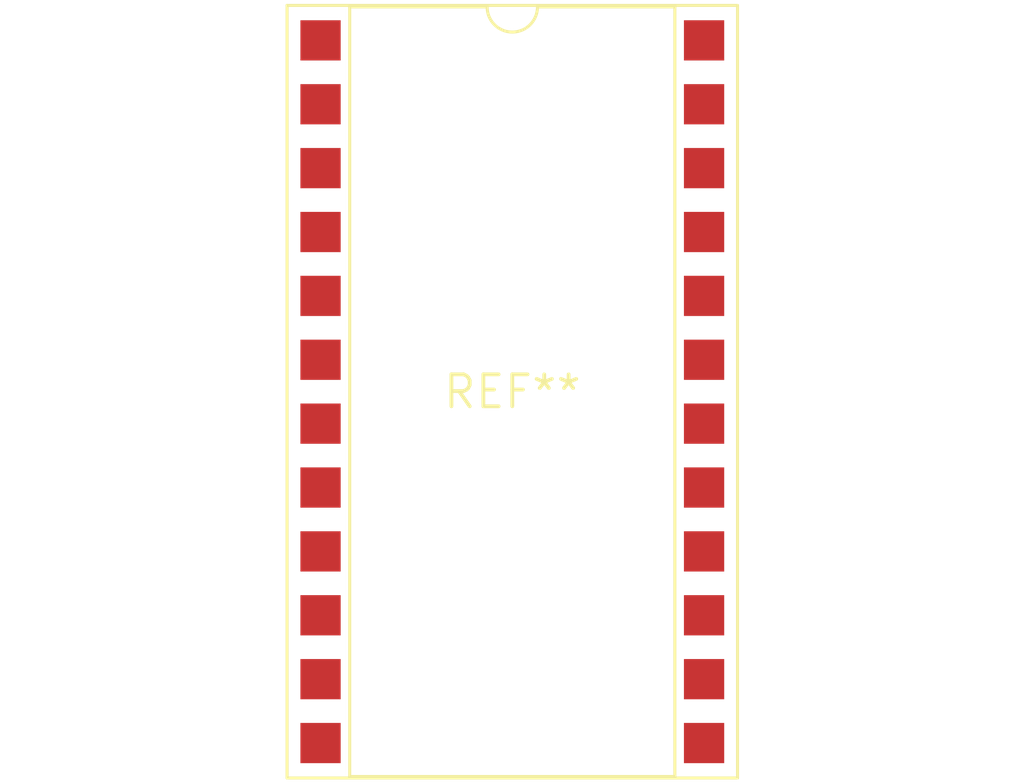
<source format=kicad_pcb>
(kicad_pcb (version 20240108) (generator pcbnew)
  (layers (0 "F.Cu" signal) (31 "B.Cu" signal) (34 "B.Paste" user) (35 "F.Paste" user) (36 "B.SilkS" user "B.Silkscreen") (37 "F.SilkS" user "F.Silkscreen") (38 "B.Mask" user) (39 "F.Mask" user) (44 "Edge.Cuts" user))
  (net 0 "")
  (footprint "DIP-24_W15.24mm_SMDSocket_SmallPads" (layer "F.Cu") (at 0 0)
    (property "Reference" "REF**")
    (property "Value" "DIP-24_W15.24mm_SMDSocket_SmallPads")
    (fp_line (start -8.95 -15.36) (end -8.95 15.36) (layer "F.SilkS") (stroke (width 0.12)))
    (fp_line (start -8.95 15.36) (end 8.95 15.36) (layer "F.SilkS") (stroke (width 0.12)))
    (fp_line (start -6.46 -15.3) (end -6.46 15.3) (layer "F.SilkS") (stroke (width 0.12)))
    (fp_line (start -6.46 15.3) (end 6.46 15.3) (layer "F.SilkS") (stroke (width 0.12)))
    (fp_line (start -1 -15.3) (end -6.46 -15.3) (layer "F.SilkS") (stroke (width 0.12)))
    (fp_line (start 6.46 -15.3) (end 1 -15.3) (layer "F.SilkS") (stroke (width 0.12)))
    (fp_line (start 6.46 15.3) (end 6.46 -15.3) (layer "F.SilkS") (stroke (width 0.12)))
    (fp_line (start 8.95 -15.36) (end -8.95 -15.36) (layer "F.SilkS") (stroke (width 0.12)))
    (fp_line (start 8.95 15.36) (end 8.95 -15.36) (layer "F.SilkS") (stroke (width 0.12)))
    (fp_arc (start 1 -15.3) (mid 0 -14.3) (end -1 -15.3) (layer "F.SilkS") (stroke (width 0.12)))
    (pad "1" smd rect (at -7.62 -13.97) (size 1.6 1.6) (layers "F.Cu" "F.Paste" "F.Mask"))
    (pad "2" smd rect (at -7.62 -11.43) (size 1.6 1.6) (layers "F.Cu" "F.Paste" "F.Mask"))
    (pad "3" smd rect (at -7.62 -8.89) (size 1.6 1.6) (layers "F.Cu" "F.Paste" "F.Mask"))
    (pad "4" smd rect (at -7.62 -6.35) (size 1.6 1.6) (layers "F.Cu" "F.Paste" "F.Mask"))
    (pad "5" smd rect (at -7.62 -3.81) (size 1.6 1.6) (layers "F.Cu" "F.Paste" "F.Mask"))
    (pad "6" smd rect (at -7.62 -1.27) (size 1.6 1.6) (layers "F.Cu" "F.Paste" "F.Mask"))
    (pad "7" smd rect (at -7.62 1.27) (size 1.6 1.6) (layers "F.Cu" "F.Paste" "F.Mask"))
    (pad "8" smd rect (at -7.62 3.81) (size 1.6 1.6) (layers "F.Cu" "F.Paste" "F.Mask"))
    (pad "9" smd rect (at -7.62 6.35) (size 1.6 1.6) (layers "F.Cu" "F.Paste" "F.Mask"))
    (pad "10" smd rect (at -7.62 8.89) (size 1.6 1.6) (layers "F.Cu" "F.Paste" "F.Mask"))
    (pad "11" smd rect (at -7.62 11.43) (size 1.6 1.6) (layers "F.Cu" "F.Paste" "F.Mask"))
    (pad "12" smd rect (at -7.62 13.97) (size 1.6 1.6) (layers "F.Cu" "F.Paste" "F.Mask"))
    (pad "13" smd rect (at 7.62 13.97) (size 1.6 1.6) (layers "F.Cu" "F.Paste" "F.Mask"))
    (pad "14" smd rect (at 7.62 11.43) (size 1.6 1.6) (layers "F.Cu" "F.Paste" "F.Mask"))
    (pad "15" smd rect (at 7.62 8.89) (size 1.6 1.6) (layers "F.Cu" "F.Paste" "F.Mask"))
    (pad "16" smd rect (at 7.62 6.35) (size 1.6 1.6) (layers "F.Cu" "F.Paste" "F.Mask"))
    (pad "17" smd rect (at 7.62 3.81) (size 1.6 1.6) (layers "F.Cu" "F.Paste" "F.Mask"))
    (pad "18" smd rect (at 7.62 1.27) (size 1.6 1.6) (layers "F.Cu" "F.Paste" "F.Mask"))
    (pad "19" smd rect (at 7.62 -1.27) (size 1.6 1.6) (layers "F.Cu" "F.Paste" "F.Mask"))
    (pad "20" smd rect (at 7.62 -3.81) (size 1.6 1.6) (layers "F.Cu" "F.Paste" "F.Mask"))
    (pad "21" smd rect (at 7.62 -6.35) (size 1.6 1.6) (layers "F.Cu" "F.Paste" "F.Mask"))
    (pad "22" smd rect (at 7.62 -8.89) (size 1.6 1.6) (layers "F.Cu" "F.Paste" "F.Mask"))
    (pad "23" smd rect (at 7.62 -11.43) (size 1.6 1.6) (layers "F.Cu" "F.Paste" "F.Mask"))
    (pad "24" smd rect (at 7.62 -13.97) (size 1.6 1.6) (layers "F.Cu" "F.Paste" "F.Mask"))
  )
)
</source>
